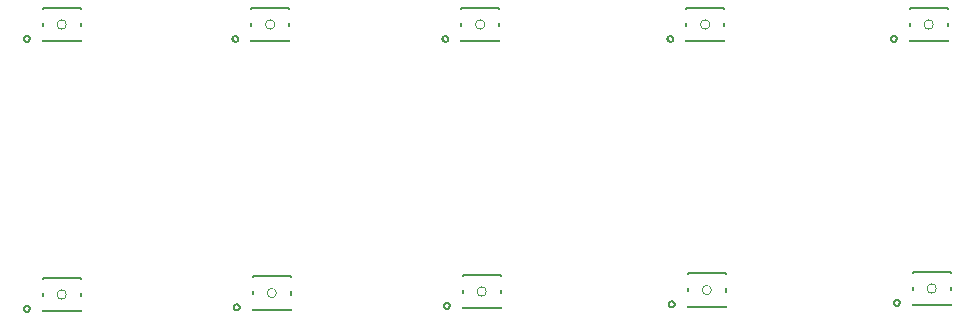
<source format=gbr>
G04 #@! TF.GenerationSoftware,KiCad,Pcbnew,(5.1.4)-1*
G04 #@! TF.CreationDate,2019-11-19T12:22:33-05:00*
G04 #@! TF.ProjectId,bob_ws2811_driver,626f625f-7773-4323-9831-315f64726976,rev?*
G04 #@! TF.SameCoordinates,Original*
G04 #@! TF.FileFunction,Legend,Bot*
G04 #@! TF.FilePolarity,Positive*
%FSLAX46Y46*%
G04 Gerber Fmt 4.6, Leading zero omitted, Abs format (unit mm)*
G04 Created by KiCad (PCBNEW (5.1.4)-1) date 2019-11-19 12:22:33*
%MOMM*%
%LPD*%
G04 APERTURE LIST*
%ADD10C,0.063500*%
%ADD11C,0.127000*%
G04 APERTURE END LIST*
D10*
X184037131Y-28575000D02*
G75*
G03X184037131Y-28575000I-395131J0D01*
G01*
D11*
X180451760Y-29834840D02*
X180444140Y-29768800D01*
X180477160Y-29895800D02*
X180451760Y-29834840D01*
X180517800Y-29949140D02*
X180477160Y-29895800D01*
X180571140Y-29989780D02*
X180517800Y-29949140D01*
X180632100Y-30015180D02*
X180571140Y-29989780D01*
X180698140Y-30022800D02*
X180632100Y-30015180D01*
X180761640Y-30015180D02*
X180698140Y-30022800D01*
X180820060Y-29989780D02*
X180761640Y-30015180D01*
X180870860Y-29951680D02*
X180820060Y-29989780D01*
X180911500Y-29900880D02*
X180870860Y-29951680D01*
X180934360Y-29842460D02*
X180911500Y-29900880D01*
X180944520Y-29778960D02*
X180934360Y-29842460D01*
X180934360Y-29712920D02*
X180944520Y-29778960D01*
X180908960Y-29651960D02*
X180934360Y-29712920D01*
X180868320Y-29598620D02*
X180908960Y-29651960D01*
X180817520Y-29557980D02*
X180868320Y-29598620D01*
X180754020Y-29532580D02*
X180817520Y-29557980D01*
X180690520Y-29524960D02*
X180754020Y-29532580D01*
X180624480Y-29532580D02*
X180690520Y-29524960D01*
X180566060Y-29555440D02*
X180624480Y-29532580D01*
X180515260Y-29596080D02*
X180566060Y-29555440D01*
X180477160Y-29646880D02*
X180515260Y-29596080D01*
X180451760Y-29705300D02*
X180477160Y-29646880D01*
X180444140Y-29768800D02*
X180451760Y-29705300D01*
X182044340Y-29974540D02*
X182044340Y-29923740D01*
X182044340Y-27175460D02*
X182044340Y-27226260D01*
X185239660Y-29974540D02*
X185239660Y-29923740D01*
X185239660Y-27175460D02*
X185239660Y-27226260D01*
X185239660Y-28425140D02*
X185239660Y-28724860D01*
X182044340Y-28425140D02*
X182044340Y-28674060D01*
X185239660Y-27175460D02*
X182044340Y-27175460D01*
X182044340Y-29974540D02*
X185239660Y-29974540D01*
X163121340Y-29974540D02*
X166316660Y-29974540D01*
X166316660Y-27175460D02*
X163121340Y-27175460D01*
X163121340Y-28425140D02*
X163121340Y-28674060D01*
X166316660Y-28425140D02*
X166316660Y-28724860D01*
X166316660Y-27175460D02*
X166316660Y-27226260D01*
X166316660Y-29974540D02*
X166316660Y-29923740D01*
X163121340Y-27175460D02*
X163121340Y-27226260D01*
X163121340Y-29974540D02*
X163121340Y-29923740D01*
X161521140Y-29768800D02*
X161528760Y-29705300D01*
X161528760Y-29705300D02*
X161554160Y-29646880D01*
X161554160Y-29646880D02*
X161592260Y-29596080D01*
X161592260Y-29596080D02*
X161643060Y-29555440D01*
X161643060Y-29555440D02*
X161701480Y-29532580D01*
X161701480Y-29532580D02*
X161767520Y-29524960D01*
X161767520Y-29524960D02*
X161831020Y-29532580D01*
X161831020Y-29532580D02*
X161894520Y-29557980D01*
X161894520Y-29557980D02*
X161945320Y-29598620D01*
X161945320Y-29598620D02*
X161985960Y-29651960D01*
X161985960Y-29651960D02*
X162011360Y-29712920D01*
X162011360Y-29712920D02*
X162021520Y-29778960D01*
X162021520Y-29778960D02*
X162011360Y-29842460D01*
X162011360Y-29842460D02*
X161988500Y-29900880D01*
X161988500Y-29900880D02*
X161947860Y-29951680D01*
X161947860Y-29951680D02*
X161897060Y-29989780D01*
X161897060Y-29989780D02*
X161838640Y-30015180D01*
X161838640Y-30015180D02*
X161775140Y-30022800D01*
X161775140Y-30022800D02*
X161709100Y-30015180D01*
X161709100Y-30015180D02*
X161648140Y-29989780D01*
X161648140Y-29989780D02*
X161594800Y-29949140D01*
X161594800Y-29949140D02*
X161554160Y-29895800D01*
X161554160Y-29895800D02*
X161528760Y-29834840D01*
X161528760Y-29834840D02*
X161521140Y-29768800D01*
D10*
X165114131Y-28575000D02*
G75*
G03X165114131Y-28575000I-395131J0D01*
G01*
X146064131Y-28575000D02*
G75*
G03X146064131Y-28575000I-395131J0D01*
G01*
D11*
X142478760Y-29834840D02*
X142471140Y-29768800D01*
X142504160Y-29895800D02*
X142478760Y-29834840D01*
X142544800Y-29949140D02*
X142504160Y-29895800D01*
X142598140Y-29989780D02*
X142544800Y-29949140D01*
X142659100Y-30015180D02*
X142598140Y-29989780D01*
X142725140Y-30022800D02*
X142659100Y-30015180D01*
X142788640Y-30015180D02*
X142725140Y-30022800D01*
X142847060Y-29989780D02*
X142788640Y-30015180D01*
X142897860Y-29951680D02*
X142847060Y-29989780D01*
X142938500Y-29900880D02*
X142897860Y-29951680D01*
X142961360Y-29842460D02*
X142938500Y-29900880D01*
X142971520Y-29778960D02*
X142961360Y-29842460D01*
X142961360Y-29712920D02*
X142971520Y-29778960D01*
X142935960Y-29651960D02*
X142961360Y-29712920D01*
X142895320Y-29598620D02*
X142935960Y-29651960D01*
X142844520Y-29557980D02*
X142895320Y-29598620D01*
X142781020Y-29532580D02*
X142844520Y-29557980D01*
X142717520Y-29524960D02*
X142781020Y-29532580D01*
X142651480Y-29532580D02*
X142717520Y-29524960D01*
X142593060Y-29555440D02*
X142651480Y-29532580D01*
X142542260Y-29596080D02*
X142593060Y-29555440D01*
X142504160Y-29646880D02*
X142542260Y-29596080D01*
X142478760Y-29705300D02*
X142504160Y-29646880D01*
X142471140Y-29768800D02*
X142478760Y-29705300D01*
X144071340Y-29974540D02*
X144071340Y-29923740D01*
X144071340Y-27175460D02*
X144071340Y-27226260D01*
X147266660Y-29974540D02*
X147266660Y-29923740D01*
X147266660Y-27175460D02*
X147266660Y-27226260D01*
X147266660Y-28425140D02*
X147266660Y-28724860D01*
X144071340Y-28425140D02*
X144071340Y-28674060D01*
X147266660Y-27175460D02*
X144071340Y-27175460D01*
X144071340Y-29974540D02*
X147266660Y-29974540D01*
X126291340Y-29974540D02*
X129486660Y-29974540D01*
X129486660Y-27175460D02*
X126291340Y-27175460D01*
X126291340Y-28425140D02*
X126291340Y-28674060D01*
X129486660Y-28425140D02*
X129486660Y-28724860D01*
X129486660Y-27175460D02*
X129486660Y-27226260D01*
X129486660Y-29974540D02*
X129486660Y-29923740D01*
X126291340Y-27175460D02*
X126291340Y-27226260D01*
X126291340Y-29974540D02*
X126291340Y-29923740D01*
X124691140Y-29768800D02*
X124698760Y-29705300D01*
X124698760Y-29705300D02*
X124724160Y-29646880D01*
X124724160Y-29646880D02*
X124762260Y-29596080D01*
X124762260Y-29596080D02*
X124813060Y-29555440D01*
X124813060Y-29555440D02*
X124871480Y-29532580D01*
X124871480Y-29532580D02*
X124937520Y-29524960D01*
X124937520Y-29524960D02*
X125001020Y-29532580D01*
X125001020Y-29532580D02*
X125064520Y-29557980D01*
X125064520Y-29557980D02*
X125115320Y-29598620D01*
X125115320Y-29598620D02*
X125155960Y-29651960D01*
X125155960Y-29651960D02*
X125181360Y-29712920D01*
X125181360Y-29712920D02*
X125191520Y-29778960D01*
X125191520Y-29778960D02*
X125181360Y-29842460D01*
X125181360Y-29842460D02*
X125158500Y-29900880D01*
X125158500Y-29900880D02*
X125117860Y-29951680D01*
X125117860Y-29951680D02*
X125067060Y-29989780D01*
X125067060Y-29989780D02*
X125008640Y-30015180D01*
X125008640Y-30015180D02*
X124945140Y-30022800D01*
X124945140Y-30022800D02*
X124879100Y-30015180D01*
X124879100Y-30015180D02*
X124818140Y-29989780D01*
X124818140Y-29989780D02*
X124764800Y-29949140D01*
X124764800Y-29949140D02*
X124724160Y-29895800D01*
X124724160Y-29895800D02*
X124698760Y-29834840D01*
X124698760Y-29834840D02*
X124691140Y-29768800D01*
D10*
X128284131Y-28575000D02*
G75*
G03X128284131Y-28575000I-395131J0D01*
G01*
D11*
X182298340Y-52326540D02*
X185493660Y-52326540D01*
X185493660Y-49527460D02*
X182298340Y-49527460D01*
X182298340Y-50777140D02*
X182298340Y-51026060D01*
X185493660Y-50777140D02*
X185493660Y-51076860D01*
X185493660Y-49527460D02*
X185493660Y-49578260D01*
X185493660Y-52326540D02*
X185493660Y-52275740D01*
X182298340Y-49527460D02*
X182298340Y-49578260D01*
X182298340Y-52326540D02*
X182298340Y-52275740D01*
X180698140Y-52120800D02*
X180705760Y-52057300D01*
X180705760Y-52057300D02*
X180731160Y-51998880D01*
X180731160Y-51998880D02*
X180769260Y-51948080D01*
X180769260Y-51948080D02*
X180820060Y-51907440D01*
X180820060Y-51907440D02*
X180878480Y-51884580D01*
X180878480Y-51884580D02*
X180944520Y-51876960D01*
X180944520Y-51876960D02*
X181008020Y-51884580D01*
X181008020Y-51884580D02*
X181071520Y-51909980D01*
X181071520Y-51909980D02*
X181122320Y-51950620D01*
X181122320Y-51950620D02*
X181162960Y-52003960D01*
X181162960Y-52003960D02*
X181188360Y-52064920D01*
X181188360Y-52064920D02*
X181198520Y-52130960D01*
X181198520Y-52130960D02*
X181188360Y-52194460D01*
X181188360Y-52194460D02*
X181165500Y-52252880D01*
X181165500Y-52252880D02*
X181124860Y-52303680D01*
X181124860Y-52303680D02*
X181074060Y-52341780D01*
X181074060Y-52341780D02*
X181015640Y-52367180D01*
X181015640Y-52367180D02*
X180952140Y-52374800D01*
X180952140Y-52374800D02*
X180886100Y-52367180D01*
X180886100Y-52367180D02*
X180825140Y-52341780D01*
X180825140Y-52341780D02*
X180771800Y-52301140D01*
X180771800Y-52301140D02*
X180731160Y-52247800D01*
X180731160Y-52247800D02*
X180705760Y-52186840D01*
X180705760Y-52186840D02*
X180698140Y-52120800D01*
D10*
X184291131Y-50927000D02*
G75*
G03X184291131Y-50927000I-395131J0D01*
G01*
X165241131Y-51054000D02*
G75*
G03X165241131Y-51054000I-395131J0D01*
G01*
D11*
X161655760Y-52313840D02*
X161648140Y-52247800D01*
X161681160Y-52374800D02*
X161655760Y-52313840D01*
X161721800Y-52428140D02*
X161681160Y-52374800D01*
X161775140Y-52468780D02*
X161721800Y-52428140D01*
X161836100Y-52494180D02*
X161775140Y-52468780D01*
X161902140Y-52501800D02*
X161836100Y-52494180D01*
X161965640Y-52494180D02*
X161902140Y-52501800D01*
X162024060Y-52468780D02*
X161965640Y-52494180D01*
X162074860Y-52430680D02*
X162024060Y-52468780D01*
X162115500Y-52379880D02*
X162074860Y-52430680D01*
X162138360Y-52321460D02*
X162115500Y-52379880D01*
X162148520Y-52257960D02*
X162138360Y-52321460D01*
X162138360Y-52191920D02*
X162148520Y-52257960D01*
X162112960Y-52130960D02*
X162138360Y-52191920D01*
X162072320Y-52077620D02*
X162112960Y-52130960D01*
X162021520Y-52036980D02*
X162072320Y-52077620D01*
X161958020Y-52011580D02*
X162021520Y-52036980D01*
X161894520Y-52003960D02*
X161958020Y-52011580D01*
X161828480Y-52011580D02*
X161894520Y-52003960D01*
X161770060Y-52034440D02*
X161828480Y-52011580D01*
X161719260Y-52075080D02*
X161770060Y-52034440D01*
X161681160Y-52125880D02*
X161719260Y-52075080D01*
X161655760Y-52184300D02*
X161681160Y-52125880D01*
X161648140Y-52247800D02*
X161655760Y-52184300D01*
X163248340Y-52453540D02*
X163248340Y-52402740D01*
X163248340Y-49654460D02*
X163248340Y-49705260D01*
X166443660Y-52453540D02*
X166443660Y-52402740D01*
X166443660Y-49654460D02*
X166443660Y-49705260D01*
X166443660Y-50904140D02*
X166443660Y-51203860D01*
X163248340Y-50904140D02*
X163248340Y-51153060D01*
X166443660Y-49654460D02*
X163248340Y-49654460D01*
X163248340Y-52453540D02*
X166443660Y-52453540D01*
X144198340Y-52580540D02*
X147393660Y-52580540D01*
X147393660Y-49781460D02*
X144198340Y-49781460D01*
X144198340Y-51031140D02*
X144198340Y-51280060D01*
X147393660Y-51031140D02*
X147393660Y-51330860D01*
X147393660Y-49781460D02*
X147393660Y-49832260D01*
X147393660Y-52580540D02*
X147393660Y-52529740D01*
X144198340Y-49781460D02*
X144198340Y-49832260D01*
X144198340Y-52580540D02*
X144198340Y-52529740D01*
X142598140Y-52374800D02*
X142605760Y-52311300D01*
X142605760Y-52311300D02*
X142631160Y-52252880D01*
X142631160Y-52252880D02*
X142669260Y-52202080D01*
X142669260Y-52202080D02*
X142720060Y-52161440D01*
X142720060Y-52161440D02*
X142778480Y-52138580D01*
X142778480Y-52138580D02*
X142844520Y-52130960D01*
X142844520Y-52130960D02*
X142908020Y-52138580D01*
X142908020Y-52138580D02*
X142971520Y-52163980D01*
X142971520Y-52163980D02*
X143022320Y-52204620D01*
X143022320Y-52204620D02*
X143062960Y-52257960D01*
X143062960Y-52257960D02*
X143088360Y-52318920D01*
X143088360Y-52318920D02*
X143098520Y-52384960D01*
X143098520Y-52384960D02*
X143088360Y-52448460D01*
X143088360Y-52448460D02*
X143065500Y-52506880D01*
X143065500Y-52506880D02*
X143024860Y-52557680D01*
X143024860Y-52557680D02*
X142974060Y-52595780D01*
X142974060Y-52595780D02*
X142915640Y-52621180D01*
X142915640Y-52621180D02*
X142852140Y-52628800D01*
X142852140Y-52628800D02*
X142786100Y-52621180D01*
X142786100Y-52621180D02*
X142725140Y-52595780D01*
X142725140Y-52595780D02*
X142671800Y-52555140D01*
X142671800Y-52555140D02*
X142631160Y-52501800D01*
X142631160Y-52501800D02*
X142605760Y-52440840D01*
X142605760Y-52440840D02*
X142598140Y-52374800D01*
D10*
X146191131Y-51181000D02*
G75*
G03X146191131Y-51181000I-395131J0D01*
G01*
X128411131Y-51308000D02*
G75*
G03X128411131Y-51308000I-395131J0D01*
G01*
D11*
X124825760Y-52567840D02*
X124818140Y-52501800D01*
X124851160Y-52628800D02*
X124825760Y-52567840D01*
X124891800Y-52682140D02*
X124851160Y-52628800D01*
X124945140Y-52722780D02*
X124891800Y-52682140D01*
X125006100Y-52748180D02*
X124945140Y-52722780D01*
X125072140Y-52755800D02*
X125006100Y-52748180D01*
X125135640Y-52748180D02*
X125072140Y-52755800D01*
X125194060Y-52722780D02*
X125135640Y-52748180D01*
X125244860Y-52684680D02*
X125194060Y-52722780D01*
X125285500Y-52633880D02*
X125244860Y-52684680D01*
X125308360Y-52575460D02*
X125285500Y-52633880D01*
X125318520Y-52511960D02*
X125308360Y-52575460D01*
X125308360Y-52445920D02*
X125318520Y-52511960D01*
X125282960Y-52384960D02*
X125308360Y-52445920D01*
X125242320Y-52331620D02*
X125282960Y-52384960D01*
X125191520Y-52290980D02*
X125242320Y-52331620D01*
X125128020Y-52265580D02*
X125191520Y-52290980D01*
X125064520Y-52257960D02*
X125128020Y-52265580D01*
X124998480Y-52265580D02*
X125064520Y-52257960D01*
X124940060Y-52288440D02*
X124998480Y-52265580D01*
X124889260Y-52329080D02*
X124940060Y-52288440D01*
X124851160Y-52379880D02*
X124889260Y-52329080D01*
X124825760Y-52438300D02*
X124851160Y-52379880D01*
X124818140Y-52501800D02*
X124825760Y-52438300D01*
X126418340Y-52707540D02*
X126418340Y-52656740D01*
X126418340Y-49908460D02*
X126418340Y-49959260D01*
X129613660Y-52707540D02*
X129613660Y-52656740D01*
X129613660Y-49908460D02*
X129613660Y-49959260D01*
X129613660Y-51158140D02*
X129613660Y-51457860D01*
X126418340Y-51158140D02*
X126418340Y-51407060D01*
X129613660Y-49908460D02*
X126418340Y-49908460D01*
X126418340Y-52707540D02*
X129613660Y-52707540D01*
X108638340Y-52834540D02*
X111833660Y-52834540D01*
X111833660Y-50035460D02*
X108638340Y-50035460D01*
X108638340Y-51285140D02*
X108638340Y-51534060D01*
X111833660Y-51285140D02*
X111833660Y-51584860D01*
X111833660Y-50035460D02*
X111833660Y-50086260D01*
X111833660Y-52834540D02*
X111833660Y-52783740D01*
X108638340Y-50035460D02*
X108638340Y-50086260D01*
X108638340Y-52834540D02*
X108638340Y-52783740D01*
X107038140Y-52628800D02*
X107045760Y-52565300D01*
X107045760Y-52565300D02*
X107071160Y-52506880D01*
X107071160Y-52506880D02*
X107109260Y-52456080D01*
X107109260Y-52456080D02*
X107160060Y-52415440D01*
X107160060Y-52415440D02*
X107218480Y-52392580D01*
X107218480Y-52392580D02*
X107284520Y-52384960D01*
X107284520Y-52384960D02*
X107348020Y-52392580D01*
X107348020Y-52392580D02*
X107411520Y-52417980D01*
X107411520Y-52417980D02*
X107462320Y-52458620D01*
X107462320Y-52458620D02*
X107502960Y-52511960D01*
X107502960Y-52511960D02*
X107528360Y-52572920D01*
X107528360Y-52572920D02*
X107538520Y-52638960D01*
X107538520Y-52638960D02*
X107528360Y-52702460D01*
X107528360Y-52702460D02*
X107505500Y-52760880D01*
X107505500Y-52760880D02*
X107464860Y-52811680D01*
X107464860Y-52811680D02*
X107414060Y-52849780D01*
X107414060Y-52849780D02*
X107355640Y-52875180D01*
X107355640Y-52875180D02*
X107292140Y-52882800D01*
X107292140Y-52882800D02*
X107226100Y-52875180D01*
X107226100Y-52875180D02*
X107165140Y-52849780D01*
X107165140Y-52849780D02*
X107111800Y-52809140D01*
X107111800Y-52809140D02*
X107071160Y-52755800D01*
X107071160Y-52755800D02*
X107045760Y-52694840D01*
X107045760Y-52694840D02*
X107038140Y-52628800D01*
D10*
X110631131Y-51435000D02*
G75*
G03X110631131Y-51435000I-395131J0D01*
G01*
X110631131Y-28575000D02*
G75*
G03X110631131Y-28575000I-395131J0D01*
G01*
D11*
X107045760Y-29834840D02*
X107038140Y-29768800D01*
X107071160Y-29895800D02*
X107045760Y-29834840D01*
X107111800Y-29949140D02*
X107071160Y-29895800D01*
X107165140Y-29989780D02*
X107111800Y-29949140D01*
X107226100Y-30015180D02*
X107165140Y-29989780D01*
X107292140Y-30022800D02*
X107226100Y-30015180D01*
X107355640Y-30015180D02*
X107292140Y-30022800D01*
X107414060Y-29989780D02*
X107355640Y-30015180D01*
X107464860Y-29951680D02*
X107414060Y-29989780D01*
X107505500Y-29900880D02*
X107464860Y-29951680D01*
X107528360Y-29842460D02*
X107505500Y-29900880D01*
X107538520Y-29778960D02*
X107528360Y-29842460D01*
X107528360Y-29712920D02*
X107538520Y-29778960D01*
X107502960Y-29651960D02*
X107528360Y-29712920D01*
X107462320Y-29598620D02*
X107502960Y-29651960D01*
X107411520Y-29557980D02*
X107462320Y-29598620D01*
X107348020Y-29532580D02*
X107411520Y-29557980D01*
X107284520Y-29524960D02*
X107348020Y-29532580D01*
X107218480Y-29532580D02*
X107284520Y-29524960D01*
X107160060Y-29555440D02*
X107218480Y-29532580D01*
X107109260Y-29596080D02*
X107160060Y-29555440D01*
X107071160Y-29646880D02*
X107109260Y-29596080D01*
X107045760Y-29705300D02*
X107071160Y-29646880D01*
X107038140Y-29768800D02*
X107045760Y-29705300D01*
X108638340Y-29974540D02*
X108638340Y-29923740D01*
X108638340Y-27175460D02*
X108638340Y-27226260D01*
X111833660Y-29974540D02*
X111833660Y-29923740D01*
X111833660Y-27175460D02*
X111833660Y-27226260D01*
X111833660Y-28425140D02*
X111833660Y-28724860D01*
X108638340Y-28425140D02*
X108638340Y-28674060D01*
X111833660Y-27175460D02*
X108638340Y-27175460D01*
X108638340Y-29974540D02*
X111833660Y-29974540D01*
M02*

</source>
